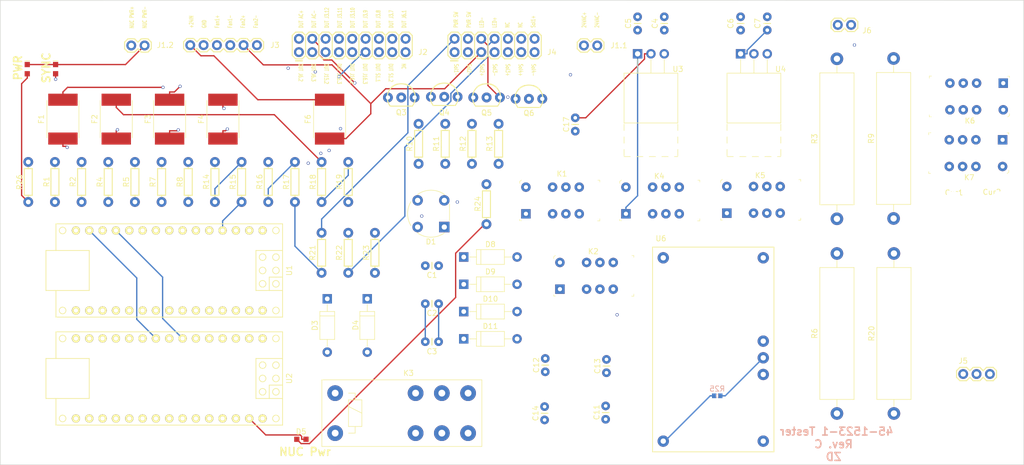
<source format=kicad_pcb>
(kicad_pcb (version 20171130) (host pcbnew "(5.1.5)-3")
  (layers (0 F.Cu signal hide) (1 In1.Cu signal hide) (2 In2.Cu signal hide) (31 B.Cu signal hide) (34 B.Paste user) (35 F.Paste user) (36 B.SilkS user) (37 F.SilkS user) (38 B.Mask user) (39 F.Mask user) (44 Edge.Cuts user))
  (net 0 "")
  (net 1 "Net-(C1-Pad1)")
  (net 2 DUT_J15.2)
  (net 3 "Net-(C4-Pad1)")
  (net 4 +5VDC)
  (net 5 +12VDC)
  (net 6 +24VDC)
  (net 7 +19VDC)
  (net 8 24VAC+)
  (net 9 24VAC-)
  (net 10 DUT_J3.12)
  (net 11 DUT_J3.11)
  (net 12 DUT_PWR_AC)
  (net 13 S2_Jump)
  (net 14 DUT_J15.3)
  (net 15 "Net-(F2-Pad2)")
  (net 16 DUT_J3.10)
  (net 17 "Net-(F3-Pad2)")
  (net 18 DUT_J3.8)
  (net 19 "Net-(F4-Pad2)")
  (net 20 "Net-(J2-Pad1)")
  (net 21 "Net-(J2-Pad2)")
  (net 22 "Net-(J2-Pad9)")
  (net 23 DUT_J6.3)
  (net 24 "Net-(J2-Pad15)")
  (net 25 "Net-(J2-Pad16)")
  (net 26 "Net-(J2-Pad17)")
  (net 27 PWR_SW_Sig)
  (net 28 "Net-(Q3-Pad1)")
  (net 29 "Net-(Q4-Pad1)")
  (net 30 "Net-(Q5-Pad1)")
  (net 31 "Net-(Q6-Pad1)")
  (net 32 "Net-(R25-Pad1)")
  (net 33 K1_SOL)
  (net 34 J16_Volt)
  (net 35 K2_SOL)
  (net 36 J6_Volt)
  (net 37 K3_SOL)
  (net 38 K4_Volt)
  (net 39 K4_SOL)
  (net 40 K3_Volt)
  (net 41 K2_Volt)
  (net 42 K1_Volt)
  (net 43 "Net-(U1-Pad12)")
  (net 44 "Net-(U1-Pad13)")
  (net 45 "Net-(U1-Pad14)")
  (net 46 SYNC_LED)
  (net 47 PWR_LED)
  (net 48 NUC_PWR1)
  (net 49 NUC_PWR2)
  (net 50 "Net-(K3-Pad12)")
  (net 51 "Net-(D5-PadA)")
  (net 52 "Net-(J4-Pad9)")
  (net 53 "Net-(F6-Pad2)")
  (net 54 "Net-(D6-PadA)")
  (net 55 "Net-(D7-PadA)")
  (net 56 "Net-(J1.2-Pad1)")
  (net 57 GND)
  (net 58 "Net-(D8-Pad1)")
  (net 59 "Net-(D9-Pad1)")
  (net 60 "Net-(D10-Pad1)")
  (net 61 "Net-(D11-Pad1)")
  (net 62 DUT_J3.9)
  (net 63 DUT_J3.7)
  (net 64 J4_Current_Sensor)
  (net 65 "Net-(J6-Pad1)")
  (net 66 +5VDC_Ard)
  (net 67 "Net-(J4-Pad2)")
  (net 68 "Net-(J4-Pad4)")
  (net 69 "Net-(J4-Pad6)")
  (net 70 "Net-(J4-Pad8)")
  (module Mounting_Holes:MountingHole_5mm (layer F.Cu) (at 213.263 74.1731)
    (fp_text reference Cur2 (at 0.08636 -1.35128) (layer F.SilkS))
    (fp_text value MountingHole_5mm)
    (pad "" np_thru_hole circle (at 1.66624 0.11176) (size 3.175 3.175) (drill 3.175) (layers *.Cu *.Mask))
  )
  (module Mounting_Holes:MountingHole_3mm (layer F.Cu) (at 30.0355 42.1005)
    (fp_text reference M1 hide)
    (fp_text value MountingHole_3mm)
    (pad "" np_thru_hole circle (at 0 0) (size 4.064 4.064) (drill 4.064) (layers *.Cu *.Mask))
  )
  (module Mounting_Holes:MountingHole_3mm (layer F.Cu) (at 29.9085 120.206)
    (fp_text reference M3 hide)
    (fp_text value MountingHole_3mm)
    (pad "" np_thru_hole circle (at 0.127 0) (size 4.064 4.064) (drill 4.064) (layers *.Cu *.Mask))
  )
  (module Mounting_Holes:MountingHole_3mm (layer F.Cu) (at 196.278 119.444)
    (fp_text reference M4 hide)
    (fp_text value MountingHole_3mm)
    (pad "" np_thru_hole circle (at 2.7305 0.762) (size 4.064 4.064) (drill 4.064) (layers *.Cu *.Mask))
  )
  (module Capacitors:CAP-PTH-2.54 (layer F.Cu) (at 106.685 86.8473 180)
    (fp_text reference C1 (at 0.005398 -1.798698 180) (layer F.SilkS) (effects (font (size 1.016 1.016))))
    (fp_text value 1uF hide)
    (pad 1 thru_hole circle (at -1.27 0 180) (size 1.651 1.651) (drill 0.6985) (layers *.Cu *.Mask) (net 1 "Net-(C1-Pad1)"))
    (pad 2 thru_hole circle (at 1.27 0 180) (size 1.651 1.651) (drill 0.6985) (layers *.Cu *.Mask) (net 57 GND))
  )
  (module Capacitors:CAP-PTH-2.54 (layer F.Cu) (at 106.685 94.0863 180)
    (fp_text reference C2 (at 0 -1.798698 180) (layer F.SilkS) (effects (font (size 1.016 1.016))))
    (fp_text value "330 uF" hide)
    (pad 1 thru_hole circle (at -1.27 0 180) (size 1.651 1.651) (drill 0.6985) (layers *.Cu *.Mask) (net 1 "Net-(C1-Pad1)"))
    (pad 2 thru_hole circle (at 1.27 0 180) (size 1.651 1.651) (drill 0.6985) (layers *.Cu *.Mask) (net 57 GND))
  )
  (module Capacitors:CAP-PTH-2.54 (layer F.Cu) (at 106.685 101.325 180)
    (fp_text reference C3 (at 0.005398 -1.862198 180) (layer F.SilkS) (effects (font (size 1.016 1.016))))
    (fp_text value "330 uF" hide)
    (pad 1 thru_hole circle (at -1.27 0 180) (size 1.651 1.651) (drill 0.6985) (layers *.Cu *.Mask) (net 1 "Net-(C1-Pad1)"))
    (pad 2 thru_hole circle (at 1.27 0 180) (size 1.651 1.651) (drill 0.6985) (layers *.Cu *.Mask) (net 57 GND))
  )
  (module Capacitors:CAP-PTH-2.54 (layer F.Cu) (at 150.94 40.7035 90)
    (fp_text reference C4 (at 0 -1.778 90) (layer F.SilkS) (effects (font (size 1.016 1.016))))
    (fp_text value 0.33uF hide)
    (pad 1 thru_hole circle (at -1.27 0 90) (size 1.651 1.651) (drill 0.6985) (layers *.Cu *.Mask) (net 3 "Net-(C4-Pad1)"))
    (pad 2 thru_hole circle (at 1.27 0 90) (size 1.651 1.651) (drill 0.6985) (layers *.Cu *.Mask) (net 57 GND))
  )
  (module Capacitors:CAP-PTH-2.54 (layer F.Cu) (at 145.86 40.7035 90)
    (fp_text reference C5 (at 0 -1.778 90) (layer F.SilkS) (effects (font (size 1.016 1.016))))
    (fp_text value 0.1uF hide)
    (pad 1 thru_hole circle (at -1.27 0 90) (size 1.651 1.651) (drill 0.6985) (layers *.Cu *.Mask) (net 4 +5VDC))
    (pad 2 thru_hole circle (at 1.27 0 90) (size 1.651 1.651) (drill 0.6985) (layers *.Cu *.Mask) (net 57 GND))
  )
  (module Capacitors:CAP-PTH-2.54 (layer F.Cu) (at 165.481 40.7035 90)
    (fp_text reference C6 (at 0 -1.905 90) (layer F.SilkS) (effects (font (size 1.016 1.016))))
    (fp_text value 0.33uF hide)
    (pad 1 thru_hole circle (at -1.27 0 90) (size 1.651 1.651) (drill 0.6985) (layers *.Cu *.Mask) (net 3 "Net-(C4-Pad1)"))
    (pad 2 thru_hole circle (at 1.27 0 90) (size 1.651 1.651) (drill 0.6985) (layers *.Cu *.Mask) (net 57 GND))
  )
  (module Capacitors:CAP-PTH-2.54 (layer F.Cu) (at 170.561 40.7035 90)
    (fp_text reference C7 (at 0 -1.8415 90) (layer F.SilkS) (effects (font (size 1.016 1.016))))
    (fp_text value 0.1uF hide)
    (pad 1 thru_hole circle (at -1.27 0 90) (size 1.651 1.651) (drill 0.6985) (layers *.Cu *.Mask) (net 5 +12VDC))
    (pad 2 thru_hole circle (at 1.27 0 90) (size 1.651 1.651) (drill 0.6985) (layers *.Cu *.Mask) (net 57 GND))
  )
  (module Diodes_THT:D_A-405_P10.16mm_Horizontal (layer F.Cu) (at 86.741 93.1545 270)
    (fp_text reference D3 (at 5.08 2.3495 270) (layer F.SilkS) (effects (font (size 1.016 1.016))))
    (fp_text value 1N4001)
    (pad 1 thru_hole rect (at 0 0 270) (size 1.8 1.8) (drill 0.9) (layers *.Cu *.Mask) (net 12 DUT_PWR_AC))
    (pad 2 thru_hole oval (at 10.16 0 270) (size 1.8 1.8) (drill 0.9) (layers *.Cu *.Mask) (net 57 GND))
  )
  (module Diodes_THT:D_A-405_P10.16mm_Horizontal (layer F.Cu) (at 94.361 93.1545 270)
    (fp_text reference D4 (at 5.0165 2.2225 270) (layer F.SilkS) (effects (font (size 1.016 1.016))))
    (fp_text value 1N4001)
    (pad 1 thru_hole rect (at 0 0 270) (size 1.8 1.8) (drill 0.9) (layers *.Cu *.Mask) (net 13 S2_Jump))
    (pad 2 thru_hole oval (at 10.16 0 270) (size 1.8 1.8) (drill 0.9) (layers *.Cu *.Mask) (net 57 GND))
  )
  (module LED:LED-0603 (layer F.Cu) (at 81.8134 119.913)
    (fp_text reference D5 (at -0.0508 -1.4605) (layer F.SilkS) (effects (font (size 1.016 1.016))))
    (fp_text value LED hide)
    (pad A smd rect (at -0.8763 0 270) (size 0.99822 0.99822) (layers F.Cu F.Paste F.Mask) (net 51 "Net-(D5-PadA)"))
    (pad C smd rect (at 0.8763 0 270) (size 0.99822 0.99822) (layers F.Cu F.Paste F.Mask) (net 57 GND))
  )
  (module digikey-footprints:Relay_EC2-5NU (layer F.Cu) (at 124.587 71.882)
    (fp_text reference K1 (at 6.858 -2.54) (layer F.SilkS) (effects (font (size 1.016 1.016))))
    (fp_text value EC2-5NU)
    (pad 12 thru_hole circle (at 0 0) (size 1.8 1.8) (drill 0.8) (layers *.Cu *.Mask) (net 57 GND))
    (pad 10 thru_hole circle (at 5.08 0) (size 1.8 1.8) (drill 0.8) (layers *.Cu *.Mask))
    (pad 9 thru_hole circle (at 7.62 0) (size 1.8 1.8) (drill 0.8) (layers *.Cu *.Mask) (net 9 24VAC-))
    (pad 8 thru_hole circle (at 10.16 0) (size 1.8 1.8) (drill 0.8) (layers *.Cu *.Mask) (net 21 "Net-(J2-Pad2)"))
    (pad 5 thru_hole circle (at 10.16 5.08) (size 1.8 1.8) (drill 0.8) (layers *.Cu *.Mask) (net 20 "Net-(J2-Pad1)"))
    (pad 4 thru_hole circle (at 7.62 5.08) (size 1.8 1.8) (drill 0.8) (layers *.Cu *.Mask) (net 8 24VAC+))
    (pad 3 thru_hole circle (at 5.08 5.08) (size 1.8 1.8) (drill 0.8) (layers *.Cu *.Mask))
    (pad 1 thru_hole rect (at 0 5.08) (size 1.8 1.8) (drill 0.8) (layers *.Cu *.Mask) (net 12 DUT_PWR_AC))
  )
  (module digikey-footprints:Relay_EC2-5NU (layer F.Cu) (at 131.064 86.233)
    (fp_text reference K2 (at 6.35 -2.1) (layer F.SilkS) (effects (font (size 1.016 1.016))))
    (fp_text value EC2-5NU)
    (pad 12 thru_hole circle (at 0 0) (size 1.8 1.8) (drill 0.8) (layers *.Cu *.Mask) (net 57 GND))
    (pad 10 thru_hole circle (at 5.08 0) (size 1.8 1.8) (drill 0.8) (layers *.Cu *.Mask))
    (pad 9 thru_hole circle (at 7.62 0) (size 1.8 1.8) (drill 0.8) (layers *.Cu *.Mask))
    (pad 8 thru_hole circle (at 10.16 0) (size 1.8 1.8) (drill 0.8) (layers *.Cu *.Mask))
    (pad 5 thru_hole circle (at 10.16 5.08) (size 1.8 1.8) (drill 0.8) (layers *.Cu *.Mask) (net 26 "Net-(J2-Pad17)"))
    (pad 4 thru_hole circle (at 7.62 5.08) (size 1.8 1.8) (drill 0.8) (layers *.Cu *.Mask) (net 25 "Net-(J2-Pad16)"))
    (pad 3 thru_hole circle (at 5.08 5.08) (size 1.8 1.8) (drill 0.8) (layers *.Cu *.Mask))
    (pad 1 thru_hole rect (at 0 5.08) (size 1.8 1.8) (drill 0.8) (layers *.Cu *.Mask) (net 13 S2_Jump))
  )
  (module Relays_THT:Relay_SPDT_Schrack-RT1-16A-FormC_RM5mm (layer F.Cu) (at 88.2485 111.125)
    (fp_text reference K3 (at 13.97 -3.81) (layer F.SilkS) (effects (font (size 1.016 1.016))))
    (fp_text value G5Q-1)
    (pad A1 thru_hole circle (at 0 0) (size 3 3) (drill 1.3) (layers *.Cu *.Mask) (net 48 NUC_PWR1))
    (pad A2 thru_hole circle (at 0 7.62) (size 3 3) (drill 1.3) (layers *.Cu *.Mask) (net 49 NUC_PWR2))
    (pad 11 thru_hole circle (at 20.32 0) (size 3 3) (drill 1.3) (layers *.Cu *.Mask) (net 7 +19VDC))
    (pad 14 thru_hole circle (at 25.32 7.62) (size 3 3) (drill 1.3) (layers *.Cu *.Mask) (net 56 "Net-(J1.2-Pad1)"))
    (pad 12 thru_hole circle (at 15.32 7.62) (size 3 3) (drill 1.3) (layers *.Cu *.Mask) (net 50 "Net-(K3-Pad12)"))
    (pad 12 thru_hole circle (at 15.32 0) (size 3 3) (drill 1.3) (layers *.Cu *.Mask) (net 50 "Net-(K3-Pad12)"))
    (pad 11 thru_hole circle (at 20.32 7.62) (size 3 3) (drill 1.3) (layers *.Cu *.Mask) (net 7 +19VDC))
    (pad 14 thru_hole circle (at 25.32 0) (size 3 3) (drill 1.3) (layers *.Cu *.Mask) (net 56 "Net-(J1.2-Pad1)"))
  )
  (module Silicon-Standard:TO-92-AMMO (layer F.Cu) (at 100.838 54.8005)
    (fp_text reference Q3 (at 0 2.8575) (layer F.SilkS) (effects (font (size 1.016 1.016))))
    (fp_text value BC817-40 hide)
    (pad 3 thru_hole circle (at -2.54 0) (size 1.8796 1.8796) (drill 0.8128) (layers *.Cu *.Mask) (net 58 "Net-(D8-Pad1)"))
    (pad 1 thru_hole circle (at 0 0) (size 1.8796 1.8796) (drill 0.8128) (layers *.Cu *.Mask) (net 28 "Net-(Q3-Pad1)"))
    (pad 2 thru_hole circle (at 2.54 0) (size 1.8796 1.8796) (drill 0.8128) (layers *.Cu *.Mask) (net 57 GND))
  )
  (module Silicon-Standard:TO-92-AMMO (layer F.Cu) (at 109.03 54.6735)
    (fp_text reference Q4 (at 0 2.9845) (layer F.SilkS) (effects (font (size 1.016 1.016))))
    (fp_text value BC817-40 hide)
    (pad 3 thru_hole circle (at -2.54 0) (size 1.8796 1.8796) (drill 0.8128) (layers *.Cu *.Mask) (net 59 "Net-(D9-Pad1)"))
    (pad 1 thru_hole circle (at 0 0) (size 1.8796 1.8796) (drill 0.8128) (layers *.Cu *.Mask) (net 29 "Net-(Q4-Pad1)"))
    (pad 2 thru_hole circle (at 2.54 0) (size 1.8796 1.8796) (drill 0.8128) (layers *.Cu *.Mask) (net 57 GND))
  )
  (module Silicon-Standard:TO-92-AMMO (layer F.Cu) (at 117.094 54.8005)
    (fp_text reference Q5 (at 0 2.921) (layer F.SilkS) (effects (font (size 1.016 1.016))))
    (fp_text value BC817-40 hide)
    (pad 3 thru_hole circle (at -2.54 0) (size 1.8796 1.8796) (drill 0.8128) (layers *.Cu *.Mask) (net 60 "Net-(D10-Pad1)"))
    (pad 1 thru_hole circle (at 0 0) (size 1.8796 1.8796) (drill 0.8128) (layers *.Cu *.Mask) (net 30 "Net-(Q5-Pad1)"))
    (pad 2 thru_hole circle (at 2.54 0) (size 1.8796 1.8796) (drill 0.8128) (layers *.Cu *.Mask) (net 57 GND))
  )
  (module Silicon-Standard:TO-92-AMMO (layer F.Cu) (at 125.158 55.0545)
    (fp_text reference Q6 (at 0 2.7305) (layer F.SilkS) (effects (font (size 1.016 1.016))))
    (fp_text value BC817-40 hide)
    (pad 3 thru_hole circle (at -2.54 0) (size 1.8796 1.8796) (drill 0.8128) (layers *.Cu *.Mask) (net 61 "Net-(D11-Pad1)"))
    (pad 1 thru_hole circle (at 0 0) (size 1.8796 1.8796) (drill 0.8128) (layers *.Cu *.Mask) (net 31 "Net-(Q6-Pad1)"))
    (pad 2 thru_hole circle (at 2.54 0) (size 1.8796 1.8796) (drill 0.8128) (layers *.Cu *.Mask) (net 57 GND))
  )
  (module Resistors:AXIAL-0.3 (layer F.Cu) (at 34.8615 70.8966 90)
    (fp_text reference R1 (at 0.030593 -1.5875 90) (layer F.SilkS) (effects (font (size 1.016 1.016))))
    (fp_text value 2K hide)
    (pad P$1 thru_hole circle (at -3.81 0 90) (size 1.8796 1.8796) (drill 0.89916) (layers *.Cu *.Mask) (net 41 K2_Volt))
    (pad P$2 thru_hole circle (at 3.81 0 90) (size 1.8796 1.8796) (drill 0.89916) (layers *.Cu *.Mask) (net 17 "Net-(F3-Pad2)"))
  )
  (module Resistors:AXIAL-0.3 (layer F.Cu) (at 39.9415 70.8966 90)
    (fp_text reference R2 (at 0.030593 -1.651 90) (layer F.SilkS) (effects (font (size 1.016 1.016))))
    (fp_text value 50K hide)
    (pad P$1 thru_hole circle (at -3.81 0 90) (size 1.8796 1.8796) (drill 0.89916) (layers *.Cu *.Mask) (net 62 DUT_J3.9))
    (pad P$2 thru_hole circle (at 3.81 0 90) (size 1.8796 1.8796) (drill 0.89916) (layers *.Cu *.Mask) (net 41 K2_Volt))
  )
  (module Resistors:AXIAL-0.3 (layer F.Cu) (at 45.0215 70.8966 90)
    (fp_text reference R4 (at 0 -1.5875 90) (layer F.SilkS) (effects (font (size 1.016 1.016))))
    (fp_text value 2K hide)
    (pad P$1 thru_hole circle (at -3.81 0 90) (size 1.8796 1.8796) (drill 0.89916) (layers *.Cu *.Mask) (net 40 K3_Volt))
    (pad P$2 thru_hole circle (at 3.81 0 90) (size 1.8796 1.8796) (drill 0.89916) (layers *.Cu *.Mask) (net 19 "Net-(F4-Pad2)"))
  )
  (module Resistors:AXIAL-0.3 (layer F.Cu) (at 50.1015 70.8966 90)
    (fp_text reference R5 (at 0 -1.651 90) (layer F.SilkS) (effects (font (size 1.016 1.016))))
    (fp_text value 50K hide)
    (pad P$1 thru_hole circle (at -3.81 0 90) (size 1.8796 1.8796) (drill 0.89916) (layers *.Cu *.Mask) (net 63 DUT_J3.7))
    (pad P$2 thru_hole circle (at 3.81 0 90) (size 1.8796 1.8796) (drill 0.89916) (layers *.Cu *.Mask) (net 40 K3_Volt))
  )
  (module Resistors:AXIAL-0.3 (layer F.Cu) (at 55.1815 70.8966 90)
    (fp_text reference R7 (at 0 -1.651 90) (layer F.SilkS) (effects (font (size 1.016 1.016))))
    (fp_text value 2K hide)
    (pad P$1 thru_hole circle (at -3.81 0 90) (size 1.8796 1.8796) (drill 0.89916) (layers *.Cu *.Mask) (net 38 K4_Volt))
    (pad P$2 thru_hole circle (at 3.81 0 90) (size 1.8796 1.8796) (drill 0.89916) (layers *.Cu *.Mask))
  )
  (module Resistors:AXIAL-0.3 (layer F.Cu) (at 60.2615 70.8966 90)
    (fp_text reference R8 (at 0 -1.5875 90) (layer F.SilkS) (effects (font (size 1.016 1.016))))
    (fp_text value 50K hide)
    (pad P$1 thru_hole circle (at -3.81 0 90) (size 1.8796 1.8796) (drill 0.89916) (layers *.Cu *.Mask) (net 2 DUT_J15.2))
    (pad P$2 thru_hole circle (at 3.81 0 90) (size 1.8796 1.8796) (drill 0.89916) (layers *.Cu *.Mask) (net 38 K4_Volt))
  )
  (module Resistors:AXIAL-0.3 (layer F.Cu) (at 104.14 63.627 90)
    (fp_text reference R10 (at 0 -1.7145 90) (layer F.SilkS) (effects (font (size 1.016 1.016))))
    (fp_text value 1K hide)
    (pad P$1 thru_hole circle (at -3.81 0 90) (size 1.8796 1.8796) (drill 0.89916) (layers *.Cu *.Mask) (net 28 "Net-(Q3-Pad1)"))
    (pad P$2 thru_hole circle (at 3.81 0 90) (size 1.8796 1.8796) (drill 0.89916) (layers *.Cu *.Mask) (net 33 K1_SOL))
  )
  (module Resistors:AXIAL-0.3 (layer F.Cu) (at 109.22 63.627 90)
    (fp_text reference R11 (at 0 -1.7145 90) (layer F.SilkS) (effects (font (size 1.016 1.016))))
    (fp_text value 1K hide)
    (pad P$1 thru_hole circle (at -3.81 0 90) (size 1.8796 1.8796) (drill 0.89916) (layers *.Cu *.Mask) (net 29 "Net-(Q4-Pad1)"))
    (pad P$2 thru_hole circle (at 3.81 0 90) (size 1.8796 1.8796) (drill 0.89916) (layers *.Cu *.Mask) (net 35 K2_SOL))
  )
  (module Resistors:AXIAL-0.3 (layer F.Cu) (at 114.3 63.627 90)
    (fp_text reference R12 (at 0 -1.7145 90) (layer F.SilkS) (effects (font (size 1.016 1.016))))
    (fp_text value 1K hide)
    (pad P$1 thru_hole circle (at -3.81 0 90) (size 1.8796 1.8796) (drill 0.89916) (layers *.Cu *.Mask) (net 30 "Net-(Q5-Pad1)"))
    (pad P$2 thru_hole circle (at 3.81 0 90) (size 1.8796 1.8796) (drill 0.89916) (layers *.Cu *.Mask) (net 37 K3_SOL))
  )
  (module Resistors:AXIAL-0.3 (layer F.Cu) (at 119.38 63.627 90)
    (fp_text reference R13 (at 0 -1.7145 90) (layer F.SilkS) (effects (font (size 1.016 1.016))))
    (fp_text value 1K hide)
    (pad P$1 thru_hole circle (at -3.81 0 90) (size 1.8796 1.8796) (drill 0.89916) (layers *.Cu *.Mask) (net 31 "Net-(Q6-Pad1)"))
    (pad P$2 thru_hole circle (at 3.81 0 90) (size 1.8796 1.8796) (drill 0.89916) (layers *.Cu *.Mask) (net 39 K4_SOL))
  )
  (module Resistors:AXIAL-0.3 (layer F.Cu) (at 65.3415 70.8966 90)
    (fp_text reference R14 (at 0.030593 -1.651 90) (layer F.SilkS) (effects (font (size 1.016 1.016))))
    (fp_text value 10K hide)
    (pad P$1 thru_hole circle (at -3.81 0 90) (size 1.8796 1.8796) (drill 0.89916) (layers *.Cu *.Mask) (net 36 J6_Volt))
    (pad P$2 thru_hole circle (at 3.81 0 90) (size 1.8796 1.8796) (drill 0.89916) (layers *.Cu *.Mask) (net 22 "Net-(J2-Pad9)"))
  )
  (module Resistors:AXIAL-0.3 (layer F.Cu) (at 70.4215 70.8966 90)
    (fp_text reference R15 (at 0 -1.651 90) (layer F.SilkS) (effects (font (size 1.016 1.016))))
    (fp_text value 3K hide)
    (pad P$1 thru_hole circle (at -3.81 0 90) (size 1.8796 1.8796) (drill 0.89916) (layers *.Cu *.Mask) (net 57 GND))
    (pad P$2 thru_hole circle (at 3.81 0 90) (size 1.8796 1.8796) (drill 0.89916) (layers *.Cu *.Mask) (net 36 J6_Volt))
  )
  (module Resistors:AXIAL-0.3 (layer F.Cu) (at 75.5015 70.8966 90)
    (fp_text reference R16 (at 0.030593 -1.651 90) (layer F.SilkS) (effects (font (size 1.016 1.016))))
    (fp_text value 10K hide)
    (pad P$1 thru_hole circle (at -3.81 0 90) (size 1.8796 1.8796) (drill 0.89916) (layers *.Cu *.Mask) (net 34 J16_Volt))
    (pad P$2 thru_hole circle (at 3.81 0 90) (size 1.8796 1.8796) (drill 0.89916) (layers *.Cu *.Mask) (net 24 "Net-(J2-Pad15)"))
  )
  (module Resistors:AXIAL-0.3 (layer F.Cu) (at 80.5815 70.8966 90)
    (fp_text reference R17 (at 0 -1.651 90) (layer F.SilkS) (effects (font (size 1.016 1.016))))
    (fp_text value 3K hide)
    (pad P$1 thru_hole circle (at -3.81 0 90) (size 1.8796 1.8796) (drill 0.89916) (layers *.Cu *.Mask) (net 57 GND))
    (pad P$2 thru_hole circle (at 3.81 0 90) (size 1.8796 1.8796) (drill 0.89916) (layers *.Cu *.Mask) (net 34 J16_Volt))
  )
  (module Resistors:AXIAL-0.3 (layer F.Cu) (at 85.6615 70.8966 90)
    (fp_text reference R18 (at 0 -1.651 90) (layer F.SilkS) (effects (font (size 1.016 1.016))))
    (fp_text value 500 hide)
    (pad P$1 thru_hole circle (at -3.81 0 90) (size 1.8796 1.8796) (drill 0.89916) (layers *.Cu *.Mask) (net 42 K1_Volt))
    (pad P$2 thru_hole circle (at 3.81 0 90) (size 1.8796 1.8796) (drill 0.89916) (layers *.Cu *.Mask) (net 15 "Net-(F2-Pad2)"))
  )
  (module Resistors:AXIAL-0.3 (layer F.Cu) (at 90.7415 70.8966 90)
    (fp_text reference R19 (at 0.030593 -1.7145 90) (layer F.SilkS) (effects (font (size 1.016 1.016))))
    (fp_text value 20K hide)
    (pad P$1 thru_hole circle (at -3.81 0 90) (size 1.8796 1.8796) (drill 0.89916) (layers *.Cu *.Mask) (net 2 DUT_J15.2))
    (pad P$2 thru_hole circle (at 3.81 0 90) (size 1.8796 1.8796) (drill 0.89916) (layers *.Cu *.Mask) (net 42 K1_Volt))
  )
  (module Resistors:AXIAL-0.3 (layer F.Cu) (at 85.6615 84.3915 90)
    (fp_text reference R21 (at 0 -1.7145 90) (layer F.SilkS) (effects (font (size 1.016 1.016))))
    (fp_text value 10K hide)
    (pad P$1 thru_hole circle (at -3.81 0 90) (size 1.8796 1.8796) (drill 0.89916) (layers *.Cu *.Mask) (net 57 GND))
    (pad P$2 thru_hole circle (at 3.81 0 90) (size 1.8796 1.8796) (drill 0.89916) (layers *.Cu *.Mask) (net 27 PWR_SW_Sig))
  )
  (module Resistors:AXIAL-0.3 (layer F.Cu) (at 90.7415 84.3915 90)
    (fp_text reference R22 (at 0 -1.7145 90) (layer F.SilkS) (effects (font (size 1.016 1.016))))
    (fp_text value 150 hide)
    (pad P$1 thru_hole circle (at -3.81 0 90) (size 1.8796 1.8796) (drill 0.89916) (layers *.Cu *.Mask) (net 52 "Net-(J4-Pad9)"))
    (pad P$2 thru_hole circle (at 3.81 0 90) (size 1.8796 1.8796) (drill 0.89916) (layers *.Cu *.Mask) (net 47 PWR_LED))
  )
  (module Resistors:AXIAL-0.3 (layer F.Cu) (at 95.8215 84.3915 90)
    (fp_text reference R23 (at 0 -1.651 90) (layer F.SilkS) (effects (font (size 1.016 1.016))))
    (fp_text value 85 hide)
    (pad P$1 thru_hole circle (at -3.81 0 90) (size 1.8796 1.8796) (drill 0.89916) (layers *.Cu *.Mask) (net 55 "Net-(D7-PadA)"))
    (pad P$2 thru_hole circle (at 3.81 0 90) (size 1.8796 1.8796) (drill 0.89916) (layers *.Cu *.Mask) (net 46 SYNC_LED))
  )
  (module Resistors:AXIAL-0.3 (layer F.Cu) (at 117.069 75.1332 90)
    (fp_text reference R24 (at 0.0635 -1.651 90) (layer F.SilkS) (effects (font (size 1.016 1.016))))
    (fp_text value 780 hide)
    (pad P$1 thru_hole circle (at -3.81 0 90) (size 1.8796 1.8796) (drill 0.89916) (layers *.Cu *.Mask) (net 51 "Net-(D5-PadA)"))
    (pad P$2 thru_hole circle (at 3.81 0 90) (size 1.8796 1.8796) (drill 0.89916) (layers *.Cu *.Mask) (net 56 "Net-(J1.2-Pad1)"))
  )
  (module Resistors:0402 (layer B.Cu) (at 161.028 111.633 180)
    (fp_text reference R25 (at 0 1.3335 180) (layer B.SilkS) (effects (font (size 1.016 1.016)) (justify mirror)))
    (fp_text value 2.91K hide)
    (pad 1 smd rect (at -0.57912 0 180) (size 0.84836 0.89916) (layers B.Cu B.Paste B.Mask) (net 32 "Net-(R25-Pad1)"))
    (pad 2 smd rect (at 0.57912 0 180) (size 0.84836 0.89916) (layers B.Cu B.Paste B.Mask) (net 57 GND))
  )
  (module Boards:arduino_nano (layer F.Cu) (at 56.642 87.757 180)
    (fp_text reference U1 (at -22.86 0 270) (layer F.SilkS) (effects (font (size 1.016 1.016))))
    (fp_text value Arduino_Nano)
    (pad 30 thru_hole circle (at -17.78 -7.62 180) (size 1.5748 1.5748) (drill 0.8) (layers *.Cu *.Mask F.SilkS))
    (pad 1 thru_hole circle (at -17.78 7.62 180) (size 1.5748 1.5748) (drill 0.8) (layers *.Cu *.Mask F.SilkS))
    (pad 29 thru_hole circle (at -15.24 -7.62 180) (size 1.5748 1.5748) (drill 0.8) (layers *.Cu *.Mask F.SilkS) (net 57 GND))
    (pad 2 thru_hole circle (at -15.24 7.62 180) (size 1.5748 1.5748) (drill 0.8) (layers *.Cu *.Mask F.SilkS))
    (pad 28 thru_hole circle (at -12.7 -7.62 180) (size 1.5748 1.5748) (drill 0.8) (layers *.Cu *.Mask F.SilkS))
    (pad 3 thru_hole circle (at -12.7 7.62 180) (size 1.5748 1.5748) (drill 0.8) (layers *.Cu *.Mask F.SilkS))
    (pad 27 thru_hole circle (at -10.16 -7.62 180) (size 1.5748 1.5748) (drill 0.8) (layers *.Cu *.Mask F.SilkS) (net 66 +5VDC_Ard))
    (pad 4 thru_hole circle (at -10.16 7.62 180) (size 1.5748 1.5748) (drill 0.8) (layers *.Cu *.Mask F.SilkS) (net 57 GND))
    (pad 26 thru_hole circle (at -7.62 -7.62 180) (size 1.5748 1.5748) (drill 0.8) (layers *.Cu *.Mask F.SilkS) (net 64 J4_Current_Sensor))
    (pad 5 thru_hole circle (at -7.62 7.62 180) (size 1.5748 1.5748) (drill 0.8) (layers *.Cu *.Mask F.SilkS) (net 33 K1_SOL))
    (pad 25 thru_hole circle (at -5.08 -7.62 180) (size 1.5748 1.5748) (drill 0.8) (layers *.Cu *.Mask F.SilkS) (net 34 J16_Volt))
    (pad 6 thru_hole circle (at -5.08 7.62 180) (size 1.5748 1.5748) (drill 0.8) (layers *.Cu *.Mask F.SilkS) (net 35 K2_SOL))
    (pad 24 thru_hole circle (at -2.54 -7.62 180) (size 1.5748 1.5748) (drill 0.8) (layers *.Cu *.Mask F.SilkS) (net 36 J6_Volt))
    (pad 7 thru_hole circle (at -2.54 7.62 180) (size 1.5748 1.5748) (drill 0.8) (layers *.Cu *.Mask F.SilkS) (net 37 K3_SOL))
    (pad 23 thru_hole circle (at 0 -7.62 180) (size 1.5748 1.5748) (drill 0.8) (layers *.Cu *.Mask F.SilkS) (net 38 K4_Volt))
    (pad 8 thru_hole circle (at 0 7.62 180) (size 1.5748 1.5748) (drill 0.8) (layers *.Cu *.Mask F.SilkS) (net 39 K4_SOL))
    (pad 22 thru_hole circle (at 2.54 -7.62 180) (size 1.5748 1.5748) (drill 0.8) (layers *.Cu *.Mask F.SilkS) (net 40 K3_Volt))
    (pad 9 thru_hole circle (at 2.54 7.62 180) (size 1.5748 1.5748) (drill 0.8) (layers *.Cu *.Mask F.SilkS) (net 13 S2_Jump))
    (pad 21 thru_hole circle (at 5.08 -7.62 180) (size 1.5748 1.5748) (drill 0.8) (layers *.Cu *.Mask F.SilkS) (net 41 K2_Volt))
    (pad 10 thru_hole circle (at 5.08 7.62 180) (size 1.5748 1.5748) (drill 0.8) (layers *.Cu *.Mask F.SilkS) (net 23 DUT_J6.3))
    (pad 20 thru_hole circle (at 7.62 -7.62 180) (size 1.5748 1.5748) (drill 0.8) (layers *.Cu *.Mask F.SilkS) (net 42 K1_Volt))
    (pad 11 thru_hole circle (at 7.62 7.62 180) (size 1.5748 1.5748) (drill 0.8) (layers *.Cu *.Mask F.SilkS) (net 12 DUT_PWR_AC))
    (pad 19 thru_hole circle (at 10.16 -7.62 180) (size 1.5748 1.5748) (drill 0.8) (layers *.Cu *.Mask F.SilkS))
    (pad 12 thru_hole circle (at 10.16 7.62 180) (size 1.5748 1.5748) (drill 0.8) (layers *.Cu *.Mask F.SilkS) (net 43 "Net-(U1-Pad12)"))
    (pad 18 thru_hole circle (at 12.7 -7.62 180) (size 1.5748 1.5748) (drill 0.8) (layers *.Cu *.Mask F.SilkS))
    (pad 13 thru_hole circle (at 12.7 7.62 180) (size 1.5748 1.5748) (drill 0.8) (layers *.Cu *.Mask F.SilkS) (net 44 "Net-(U1-Pad13)"))
    (pad 17 thru_hole circle (at 15.24 -7.62 180) (size 1.5748 1.5748) (drill 0.8) (layers *.Cu *.Mask F.SilkS))
    (pad 14 thru_hole circle (at 15.24 7.62 180) (size 1.5748 1.5748) (drill 0.8) (layers *.Cu *.Mask F.SilkS) (net 45 "Net-(U1-Pad14)"))
    (pad 16 thru_hole circle (at 17.78 -7.62 180) (size 1.5748 1.5748) (drill 0.8) (layers *.Cu *.Mask F.SilkS))
    (pad 15 thru_hole circle (at 17.78 7.62 180) (size 1.5748 1.5748) (drill 0.8) (layers *.Cu *.Mask F.SilkS) (net 46 SYNC_LED))
  )
  (module Boards:arduino_nano (layer F.Cu) (at 56.642 108.331 180)
    (fp_text reference U2 (at -22.86 0 270) (layer F.SilkS) (effects (font (size 1.016 1.016))))
    (fp_text value Arduino_Nano)
    (pad 30 thru_hole circle (at -17.78 -7.62 180) (size 1.5748 1.5748) (drill 0.8) (layers *.Cu *.Mask F.SilkS) (net 5 +12VDC))
    (pad 1 thru_hole circle (at -17.78 7.62 180) (size 1.5748 1.5748) (drill 0.8) (layers *.Cu *.Mask F.SilkS))
    (pad 29 thru_hole circle (at -15.24 -7.62 180) (size 1.5748 1.5748) (drill 0.8) (layers *.Cu *.Mask F.SilkS) (net 57 GND))
    (pad 2 thru_hole circle (at -15.24 7.62 180) (size 1.5748 1.5748) (drill 0.8) (layers *.Cu *.Mask F.SilkS))
    (pad 28 thru_hole circle (at -12.7 -7.62 180) (size 1.5748 1.5748) (drill 0.8) (layers *.Cu *.Mask F.SilkS))
    (pad 3 thru_hole circle (at -12.7 7.62 180) (size 1.5748 1.5748) (drill 0.8) (layers *.Cu *.Mask F.SilkS))
    (pad 27 thru_hole circle (at -10.16 -7.62 180) (size 1.5748 1.5748) (drill 0.8) (layers *.Cu *.Mask F.SilkS))
    (pad 4 thru_hole circle (at -10.16 7.62 180) (size 1.5748 1.5748) (drill 0.8) (layers *.Cu *.Mask F.SilkS) (net 57 GND))
    (pad 26 thru_hole circle (at -7.62 -7.62 180) (size 1.5748 1.5748) (drill 0.8) (layers *.Cu *.Mask F.SilkS))
    (pad 5 thru_hole circle (at -7.62 7.62 180) (size 1.5748 1.5748) (drill 0.8) (layers *.Cu *.Mask F.SilkS) (net 27 PWR_SW_Sig))
    (pad 25 thru_hole circle (at -5.08 -7.62 180) (size 1.5748 1.5748) (drill 0.8) (layers *.Cu *.Mask F.SilkS))
    (pad 6 thru_hole circle (at -5.08 7.62 180) (size 1.5748 1.5748) (drill 0.8) (layers *.Cu *.Mask F.SilkS) (net 47 PWR_LED))
    (pad 24 thru_hole circle (at -2.54 -7.62 180) (size 1.5748 1.5748) (drill 0.8) (layers *.Cu *.Mask F.SilkS))
    (pad 7 thru_hole circle (at -2.54 7.62 180) (size 1.5748 1.5748) (drill 0.8) (layers *.Cu *.Mask F.SilkS) (net 43 "Net-(U1-Pad12)"))
    (pad 23 thru_hole circle (at 0 -7.62 180) (size 1.5748 1.5748) (drill 0.8) (layers *.Cu *.Mask F.SilkS))
    (pad 8 thru_hole circle (at 0 7.62 180) (size 1.5748 1.5748) (drill 0.8) (layers *.Cu *.Mask F.SilkS) (net 44 "Net-(U1-Pad13)"))
    (pad 22 thru_hole circle (at 2.54 -7.62 180) (size 1.5748 1.5748) (drill 0.8) (layers *.Cu *.Mask F.SilkS))
    (pad 9 thru_hole circle (at 2.54 7.62 180) (size 1.5748 1.5748) (drill 0.8) (layers *.Cu *.Mask F.SilkS) (net 45 "Net-(U1-Pad14)"))
    (pad 21 thru_hole circle (at 5.08 -7.62 180) (size 1.5748 1.5748) (drill 0.8) (layers *.Cu *.Mask F.SilkS))
    (pad 10 thru_hole circle (at 5.08 7.62 180) (size 1.5748 1.5748) (drill 0.8) (layers *.Cu *.Mask F.SilkS) (net 48 NUC_PWR1))
    (pad 20 thru_hole circle (at 7.62 -7.62 180) (size 1.5748 1.5748) (drill 0.8) (layers *.Cu *.Mask F.SilkS))
    (pad 11 thru_hole circle (at 7.62 7.62 180) (size 1.5748 1.5748) (drill 0.8) (layers *.Cu *.Mask F.SilkS) (net 49 NUC_PWR2))
    (pad 19 thru_hole circle (at 10.16 -7.62 180) (size 1.5748 1.5748) (drill 0.8) (layers *.Cu *.Mask F.SilkS))
    (pad 12 thru_hole circle (at 10.16 7.62 180) (size 1.5748 1.5748) (drill 0.8) (layers *.Cu *.Mask F.SilkS))
    (pad 18 thru_hole circle (at 12.7 -7.62 180) (size 1.5748 1.5748) (drill 0.8) (layers *.Cu *.Mask F.SilkS))
    (pad 13 thru_hole circle (at 12.7 7.62 180) (size 1.5748 1.5748) (drill 0.8) (layers *.Cu *.Mask F.SilkS))
    (pad 17 thru_hole circle (at 15.24 -7.62 180) (size 1.5748 1.5748) (drill 0.8) (layers *.Cu *.Mask F.SilkS))
    (pad 14 thru_hole circle (at 15.24 7.62 180) (size 1.5748 1.5748) (drill 0.8) (layers *.Cu *.Mask F.SilkS))
    (pad 16 thru_hole circle (at 17.78 -7.62 180) (size 1.5748 1.5748) (drill 0.8) (layers *.Cu *.Mask F.SilkS))
    (pad 15 thru_hole circle (at 17.78 7.62 180) (size 1.5748 1.5748) (drill 0.8) (layers *.Cu *.Mask F.SilkS))
  )
  (module TO_SOT_Packages_THT:TO-220-3_Horizontal_Reversed (layer F.Cu) (at 145.86 46.482)
    (fp_text reference U3 (at 7.6835 2.921) (layer F.SilkS) (effects (font (size 1.016 1.016))))
    (fp_text value LM7805CV)
    (pad 0 np_thru_hole oval (at 2.54 16.66) (size 3.5 3.5) (drill 3.5) (layers *.Cu *.Mask))
    (pad 3 thru_hole rect (at 0 0) (size 1.8 1.8) (drill 1) (layers *.Cu *.Mask) (net 4 +5VDC))
    (pad 2 thru_hole oval (at 2.54 0) (size 1.8 1.8) (drill 1) (layers *.Cu *.Mask) (net 57 GND))
    (pad 1 thru_hole oval (at 5.08 0) (size 1.8 1.8) (drill 1) (layers *.Cu *.Mask) (net 3 "Net-(C4-Pad1)"))
  )
  (module TO_SOT_Packages_THT:TO-220-3_Horizontal_Reversed (layer F.Cu) (at 165.481 46.482)
    (fp_text reference U4 (at 7.62 2.921) (layer F.SilkS) (effects (font (size 1.016 1.016))))
    (fp_text value LM7812CT)
    (pad 0 np_thru_hole oval (at 2.54 16.66) (size 3.5 3.5) (drill 3.5) (layers *.Cu *.Mask))
    (pad 3 thru_hole rect (at 0 0) (size 1.8 1.8) (drill 1) (layers *.Cu *.Mask) (net 5 +12VDC))
    (pad 2 thru_hole oval (at 2.54 0) (size 1.8 1.8) (drill 1) (layers *.Cu *.Mask) (net 57 GND))
    (pad 1 thru_hole oval (at 5.08 0) (size 1.8 1.8) (drill 1) (layers *.Cu *.Mask) (net 3 "Net-(C4-Pad1)"))
  )
  (module DCConverters:PTN78020W (layer F.Cu) (at 148.717 122.301 90)
    (fp_text reference U6 (at 40.64 1.5875 180) (layer F.SilkS) (effects (font (size 1.016 1.016))))
    (fp_text value PTN78020)
    (pad 1 thru_hole circle (at 2.032 2.032 90) (size 2.159 2.159) (drill 1.016) (layers *.Cu *.Mask) (net 57 GND))
    (pad 2 thru_hole circle (at 2.032 21.082 90) (size 2.159 2.159) (drill 1.016) (layers *.Cu *.Mask) (net 6 +24VDC))
    (pad 3 thru_hole circle (at 14.732 21.082 90) (size 2.159 2.159) (drill 1.016) (layers *.Cu *.Mask))
    (pad 4 thru_hole circle (at 17.907 21.082 90) (size 2.159 2.159) (drill 1.016) (layers *.Cu *.Mask) (net 32 "Net-(R25-Pad1)"))
    (pad 5 thru_hole circle (at 21.082 21.082 90) (size 2.159 2.159) (drill 1.016) (layers *.Cu *.Mask) (net 7 +19VDC))
    (pad 6 thru_hole circle (at 36.957 21.082 90) (size 2.159 2.159) (drill 1.016) (layers *.Cu *.Mask) (net 7 +19VDC))
    (pad 7 thru_hole circle (at 36.957 2.032 90) (size 2.159 2.159) (drill 1.016) (layers *.Cu *.Mask) (net 57 GND))
  )
  (module Connectors:1X06 (layer F.Cu) (at 60.6425 44.831)
    (fp_text reference J3 (at 16.129 0) (layer F.SilkS) (effects (font (size 1.016 1.016))))
    (fp_text value CONN_01X06 hide)
    (pad 1 thru_hole circle (at 0 0) (size 1.8796 1.8796) (drill 1.016) (layers *.Cu *.Mask) (net 53 "Net-(F6-Pad2)"))
    (pad 2 thru_hole circle (at 2.54 0) (size 1.8796 1.8796) (drill 1.016) (layers *.Cu *.Mask) (net 57 GND))
    (pad 3 thru_hole circle (at 5.08 0) (size 1.8796 1.8796) (drill 1.016) (layers *.Cu *.Mask) (net 6 +24VDC))
    (pad 4 thru_hole circle (at 7.62 0) (size 1.8796 1.8796) (drill 1.016) (layers *.Cu *.Mask) (net 57 GND))
    (pad 5 thru_hole circle (at 10.16 0) (size 1.8796 1.8796) (drill 1.016) (layers *.Cu *.Mask) (net 6 +24VDC))
    (pad 6 thru_hole circle (at 12.7 0) (size 1.8796 1.8796) (drill 1.016) (layers *.Cu *.Mask) (net 57 GND))
  )
  (module Fuse_Holders_and_Fuses:Fuse_SMD2920 (layer F.Cu) (at 36.3855 58.928 90)
    (fp_text reference F1 (at 0 -4.13 90) (layer F.SilkS))
    (fp_text value 3413_0328_22)
    (pad 1 smd rect (at -3.7 0 180) (size 5.6 2.3) (layers F.Cu F.Paste F.Mask) (net 1 "Net-(C1-Pad1)"))
    (pad 2 smd rect (at 3.7 0 180) (size 5.6 2.3) (layers F.Cu F.Paste F.Mask) (net 3 "Net-(C4-Pad1)"))
  )
  (module Fuse_Holders_and_Fuses:Fuse_SMD2920 (layer F.Cu) (at 46.5455 58.928 90)
    (fp_text reference F2 (at 0 -4.13 90) (layer F.SilkS))
    (fp_text value 3413_0328_22)
    (pad 1 smd rect (at -3.7 0 180) (size 5.6 2.3) (layers F.Cu F.Paste F.Mask) (net 14 DUT_J15.3))
    (pad 2 smd rect (at 3.7 0 180) (size 5.6 2.3) (layers F.Cu F.Paste F.Mask) (net 15 "Net-(F2-Pad2)"))
  )
  (module Fuse_Holders_and_Fuses:Fuse_SMD2920 (layer F.Cu) (at 56.7055 58.928 90)
    (fp_text reference F3 (at 0 -4.13 90) (layer F.SilkS))
    (fp_text value 3413_0328_22)
    (pad 1 smd rect (at -3.7 0 180) (size 5.6 2.3) (layers F.Cu F.Paste F.Mask) (net 16 DUT_J3.10))
    (pad 2 smd rect (at 3.7 0 180) (size 5.6 2.3) (layers F.Cu F.Paste F.Mask) (net 17 "Net-(F3-Pad2)"))
  )
  (module Fuse_Holders_and_Fuses:Fuse_SMD2920 (layer F.Cu) (at 66.8655 58.928 90)
    (fp_text reference F4 (at 0 -4.13 90) (layer F.SilkS))
    (fp_text value 3413_0328_22)
    (pad 1 smd rect (at -3.7 0 180) (size 5.6 2.3) (layers F.Cu F.Paste F.Mask) (net 18 DUT_J3.8))
    (pad 2 smd rect (at 3.7 0 180) (size 5.6 2.3) (layers F.Cu F.Paste F.Mask) (net 19 "Net-(F4-Pad2)"))
  )
  (module Fuse_Holders_and_Fuses:Fuse_SMD2920 (layer F.Cu) (at 87.1855 58.928 90)
    (fp_text reference F6 (at 0 -4.13 90) (layer F.SilkS))
    (fp_text value 3413_0328_22)
    (pad 1 smd rect (at -3.7 0 180) (size 5.6 2.3) (layers F.Cu F.Paste F.Mask) (net 6 +24VDC))
    (pad 2 smd rect (at 3.7 0 180) (size 5.6 2.3) (layers F.Cu F.Paste F.Mask) (net 53 "Net-(F6-Pad2)"))
  )
  (module Conn_02x09:2X10 (layer F.Cu) (at 81.3435 46.1645)
    (fp_text reference J2 (at 23.622 0) (layer F.SilkS) (effects (font (size 1.016 1.016))))
    (fp_text value CONN_01X18 hide)
    (pad 10 thru_hole circle (at 0 0) (size 1.8796 1.8796) (drill 1.016) (layers *.Cu *.Mask) (net 57 GND))
    (pad 1 thru_hole circle (at 0 -2.54) (size 1.8796 1.8796) (drill 1.016) (layers *.Cu *.Mask) (net 20 "Net-(J2-Pad1)"))
    (pad 11 thru_hole circle (at 2.54 0) (size 1.8796 1.8796) (drill 1.016) (layers *.Cu *.Mask) (net 23 DUT_J6.3))
    (pad 2 thru_hole circle (at 2.54 -2.54) (size 1.8796 1.8796) (drill 1.016) (layers *.Cu *.Mask) (net 21 "Net-(J2-Pad2)"))
    (pad 12 thru_hole circle (at 5.08 0) (size 1.8796 1.8796) (drill 1.016) (layers *.Cu *.Mask) (net 2 DUT_J15.2))
    (pad 3 thru_hole circle (at 5.08 -2.54) (size 1.8796 1.8796) (drill 1.016) (layers *.Cu *.Mask) (net 10 DUT_J3.12))
    (pad 13 thru_hole circle (at 7.62 0) (size 1.8796 1.8796) (drill 1.016) (layers *.Cu *.Mask) (net 14 DUT_J15.3))
    (pad 4 thru_hole circle (at 7.62 -2.54) (size 1.8796 1.8796) (drill 1.016) (layers *.Cu *.Mask) (net 11 DUT_J3.11))
    (pad 14 thru_hole circle (at 10.16 0) (size 1.8796 1.8796) (drill 1.016) (layers *.Cu *.Mask) (net 57 GND))
    (pad 5 thru_hole circle (at 10.16 -2.54) (size 1.8796 1.8796) (drill 1.016) (layers *.Cu *.Mask) (net 16 DUT_J3.10))
    (pad 15 thru_hole circle (at 12.7 0) (size 1.8796 1.8796) (drill 1.016) (layers *.Cu *.Mask) (net 24 "Net-(J2-Pad15)"))
    (pad 6 thru_hole circle (at 12.7 -2.54) (size 1.8796 1.8796) (drill 1.016) (layers *.Cu *.Mask) (net 62 DUT_J3.9))
    (pad 16 thru_hole circle (at 15.24 0) (size 1.8796 1.8796) (drill 1.016) (layers *.Cu *.Mask) (net 25 "Net-(J2-Pad16)"))
    (pad 7 thru_hole circle (at 15.24 -2.54) (size 1.8796 1.8796) (drill 1.016) (layers *.Cu *.Mask) (net 18 DUT_J3.8))
    (pad 17 thru_hole circle (at 17.78 0) (size 1.8796 1.8796) (drill 1.016) (layers *.Cu *.Mask) (net 26 "Net-(J2-Pad17)"))
    (pad 8 thru_hole circle (at 17.78 -2.54) (size 1.8796 1.8796) (drill 1.016) (layers *.Cu *.Mask) (net 63 DUT_J3.7))
    (pad 18 thru_hole circle (at 20.32 0) (size 1.8796 1.8796) (drill 1.016) (layers *.Cu *.Mask))
    (pad 9 thru_hole circle (at 20.32 -2.54) (size 1.8796 1.8796) (drill 1.016) (layers *.Cu *.Mask) (net 22 "Net-(J2-Pad9)"))
  )
  (module Conn_02x07:2X8 (layer F.Cu) (at 110.998 46.1645)
    (fp_text reference J4 (at 18.542 0) (layer F.SilkS) (effects (font (size 1.016 1.016))))
    (fp_text value CONN_01X14 hide)
    (pad 2 thru_hole circle (at 0 0) (size 1.8796 1.8796) (drill 1.016) (layers *.Cu *.Mask) (net 67 "Net-(J4-Pad2)"))
    (pad 12 thru_hole circle (at 0 -2.54) (size 1.8796 1.8796) (drill 1.016) (layers *.Cu *.Mask) (net 27 PWR_SW_Sig))
    (pad 4 thru_hole circle (at 2.54 0) (size 1.8796 1.8796) (drill 1.016) (layers *.Cu *.Mask) (net 68 "Net-(J4-Pad4)"))
    (pad 11 thru_hole circle (at 2.54 -2.54) (size 1.8796 1.8796) (drill 1.016) (layers *.Cu *.Mask) (net 4 +5VDC))
    (pad 3 thru_hole circle (at 5.08 0) (size 1.8796 1.8796) (drill 1.016) (layers *.Cu *.Mask) (net 6 +24VDC))
    (pad 10 thru_hole circle (at 5.08 -2.54) (size 1.8796 1.8796) (drill 1.016) (layers *.Cu *.Mask) (net 57 GND))
    (pad 6 thru_hole circle (at 7.62 0) (size 1.8796 1.8796) (drill 1.016) (layers *.Cu *.Mask) (net 69 "Net-(J4-Pad6)"))
    (pad 9 thru_hole circle (at 7.62 -2.54) (size 1.8796 1.8796) (drill 1.016) (layers *.Cu *.Mask) (net 52 "Net-(J4-Pad9)"))
    (pad 5 thru_hole circle (at 10.16 0) (size 1.8796 1.8796) (drill 1.016) (layers *.Cu *.Mask) (net 6 +24VDC))
    (pad 13 thru_hole circle (at 10.16 -2.54) (size 1.8796 1.8796) (drill 1.016) (layers *.Cu *.Mask))
    (pad 7 thru_hole circle (at 12.7 0) (size 1.8796 1.8796) (drill 1.016) (layers *.Cu *.Mask) (net 6 +24VDC))
    (pad 14 thru_hole circle (at 12.7 -2.54) (size 1.8796 1.8796) (drill 1.016) (layers *.Cu *.Mask))
    (pad 8 thru_hole circle (at 15.24 0) (size 1.8796 1.8796) (drill 1.016) (layers *.Cu *.Mask) (net 70 "Net-(J4-Pad8)"))
    (pad 1 thru_hole circle (at 15.24 -2.54) (size 1.8796 1.8796) (drill 1.016) (layers *.Cu *.Mask) (net 6 +24VDC))
  )
  (module Capacitors:CAP-PTH-2.54 (layer F.Cu) (at 139.776 114.833 90)
    (fp_text reference C11 (at 0.0635 -1.7145 90) (layer F.SilkS) (effects (font (size 1.016 1.016))))
    (fp_text value 4.7uF hide)
    (pad 1 thru_hole circle (at -1.27 0 90) (size 1.651 1.651) (drill 0.6985) (layers *.Cu *.Mask) (net 6 +24VDC))
    (pad 2 thru_hole circle (at 1.27 0 90) (size 1.651 1.651) (drill 0.6985) (layers *.Cu *.Mask) (net 57 GND))
  )
  (module Capacitors:CAP-PTH-2.54 (layer F.Cu) (at 128.27 105.791 90)
    (fp_text reference C12 (at 0 -1.7145 90) (layer F.SilkS) (effects (font (size 1.016 1.016))))
    (fp_text value 4.7uF hide)
    (pad 1 thru_hole circle (at -1.27 0 90) (size 1.651 1.651) (drill 0.6985) (layers *.Cu *.Mask) (net 6 +24VDC))
    (pad 2 thru_hole circle (at 1.27 0 90) (size 1.651 1.651) (drill 0.6985) (layers *.Cu *.Mask) (net 57 GND))
  )
  (module Capacitors:CAP-PTH-2.54 (layer F.Cu) (at 139.929 105.969 90)
    (fp_text reference C13 (at 0 -1.7145 90) (layer F.SilkS) (effects (font (size 1.016 1.016))))
    (fp_text value 4.7uF hide)
    (pad 1 thru_hole circle (at -1.27 0 90) (size 1.651 1.651) (drill 0.6985) (layers *.Cu *.Mask) (net 6 +24VDC))
    (pad 2 thru_hole circle (at 1.27 0 90) (size 1.651 1.651) (drill 0.6985) (layers *.Cu *.Mask) (net 57 GND))
  )
  (module Capacitors:CAP-PTH-2.54 (layer F.Cu) (at 128.143 114.96 90)
    (fp_text reference C14 (at 0 -1.7145 90) (layer F.SilkS) (effects (font (size 1.016 1.016))))
    (fp_text value 4.7uF hide)
    (pad 1 thru_hole circle (at -1.27 0 90) (size 1.651 1.651) (drill 0.6985) (layers *.Cu *.Mask) (net 6 +24VDC))
    (pad 2 thru_hole circle (at 1.27 0 90) (size 1.651 1.651) (drill 0.6985) (layers *.Cu *.Mask) (net 57 GND))
  )
  (module Capacitors:CAP-PTH-2.54 (layer F.Cu) (at 133.985 59.944 90)
    (fp_text reference C17 (at 0 -1.7145 90) (layer F.SilkS) (effects (font (size 1.016 1.016))))
    (fp_text value 330uF hide)
    (pad 1 thru_hole circle (at -1.27 0 90) (size 1.651 1.651) (drill 0.6985) (layers *.Cu *.Mask) (net 7 +19VDC))
    (pad 2 thru_hole circle (at 1.27 0 90) (size 1.651 1.651) (drill 0.6985) (layers *.Cu *.Mask) (net 57 GND))
  )
  (module Mounting_Holes:MountingHole_3mm (layer F.Cu) (at 199.009 40.259)
    (fp_text reference M2 hide)
    (fp_text value MountingHole_3mm)
    (pad "" np_thru_hole circle (at 0 1.8415) (size 4.064 4.064) (drill 4.064) (layers *.Cu *.Mask))
  )
  (module Resistors_THT:R_Axial_Power_L25.0mm_W6.4mm_P30.48mm (layer F.Cu) (at 183.832 77.9145 90)
    (fp_text reference R3 (at 15.24 -4.26 90) (layer F.SilkS) (effects (font (size 1.016 1.016))))
    (fp_text value 240)
    (pad P$1 thru_hole circle (at 0 0 90) (size 2.4 2.4) (drill 1.2) (layers *.Cu *.Mask) (net 62 DUT_J3.9))
    (pad P$2 thru_hole oval (at 30.48 0 90) (size 2.4 2.4) (drill 1.2) (layers *.Cu *.Mask) (net 17 "Net-(F3-Pad2)"))
  )
  (module Resistors_THT:R_Axial_Power_L25.0mm_W6.4mm_P30.48mm (layer F.Cu) (at 183.832 114.998 90)
    (fp_text reference R6 (at 15.24 -4.26 90) (layer F.SilkS) (effects (font (size 1.016 1.016))))
    (fp_text value 240)
    (pad P$1 thru_hole circle (at 0 0 90) (size 2.4 2.4) (drill 1.2) (layers *.Cu *.Mask) (net 63 DUT_J3.7))
    (pad P$2 thru_hole oval (at 30.48 0 90) (size 2.4 2.4) (drill 1.2) (layers *.Cu *.Mask) (net 19 "Net-(F4-Pad2)"))
  )
  (module Resistors_THT:R_Axial_Power_L25.0mm_W6.4mm_P30.48mm (layer F.Cu) (at 194.628 77.851 90)
    (fp_text reference R9 (at 15.24 -4.26 90) (layer F.SilkS) (effects (font (size 1.016 1.016))))
    (fp_text value 240)
    (pad P$1 thru_hole circle (at 0 0 90) (size 2.4 2.4) (drill 1.2) (layers *.Cu *.Mask) (net 65 "Net-(J6-Pad1)"))
    (pad P$2 thru_hole oval (at 30.48 0 90) (size 2.4 2.4) (drill 1.2) (layers *.Cu *.Mask) (net 10 DUT_J3.12))
  )
  (module Resistors_THT:R_Axial_Power_L25.0mm_W6.4mm_P30.48mm (layer F.Cu) (at 194.691 114.998 90)
    (fp_text reference R20 (at 15.24 -4.26 90) (layer F.SilkS) (effects (font (size 1.016 1.016))))
    (fp_text value 240)
    (pad P$1 thru_hole circle (at 0 0 90) (size 2.4 2.4) (drill 1.2) (layers *.Cu *.Mask) (net 2 DUT_J15.2))
    (pad P$2 thru_hole oval (at 30.48 0 90) (size 2.4 2.4) (drill 1.2) (layers *.Cu *.Mask) (net 15 "Net-(F2-Pad2)"))
  )
  (module Diodes_THT:Diode_Bridge_Round_D8.9mm (layer F.Cu) (at 109.035 79.4813 180)
    (fp_text reference D1 (at 2.54 -2.794 180) (layer F.SilkS))
    (fp_text value D_Bridge_+-AA)
    (pad 4 thru_hole oval (at 5.08 0 180) (size 2 2) (drill 1) (layers *.Cu *.Mask) (net 9 24VAC-))
    (pad 3 thru_hole oval (at 0 5.08 180) (size 2 2) (drill 1) (layers *.Cu *.Mask) (net 8 24VAC+))
    (pad 2 thru_hole oval (at 5.08 5.08 180) (size 2 2) (drill 1) (layers *.Cu *.Mask) (net 57 GND))
    (pad 1 thru_hole rect (at 0 0 180) (size 2 2) (drill 1) (layers *.Cu *.Mask) (net 1 "Net-(C1-Pad1)"))
  )
  (module LED:LED-0603 (layer F.Cu) (at 29.591 49.403 90)
    (fp_text reference D6 hide)
    (fp_text value LED hide)
    (pad A smd rect (at -0.8763 0) (size 0.99822 0.99822) (layers F.Cu F.Paste F.Mask) (net 54 "Net-(D6-PadA)"))
    (pad C smd rect (at 0.8763 0) (size 0.99822 0.99822) (layers F.Cu F.Paste F.Mask) (net 57 GND))
  )
  (module Resistors:AXIAL-0.3 (layer F.Cu) (at 29.7815 70.8966 90)
    (fp_text reference R26 (at -0.032907 -1.651 90) (layer F.SilkS) (effects (font (size 1.016 1.016))))
    (fp_text value 1K hide)
    (pad P$1 thru_hole circle (at -3.81 0 90) (size 1.8796 1.8796) (drill 0.89916) (layers *.Cu *.Mask) (net 54 "Net-(D6-PadA)"))
    (pad P$2 thru_hole circle (at 3.81 0 90) (size 1.8796 1.8796) (drill 0.89916) (layers *.Cu *.Mask) (net 6 +24VDC))
  )
  (module LED:LED-0603 (layer F.Cu) (at 34.9885 49.403 90)
    (fp_text reference D7 hide)
    (fp_text value LED hide)
    (pad A smd rect (at -0.8763 0) (size 0.99822 0.99822) (layers F.Cu F.Paste F.Mask) (net 55 "Net-(D7-PadA)"))
    (pad C smd rect (at 0.8763 0) (size 0.99822 0.99822) (layers F.Cu F.Paste F.Mask) (net 57 GND))
  )
  (module Connectors:1X02 (layer F.Cu) (at 138.176 44.8945 180)
    (fp_text reference J1.1 (at -4.1275 0 180) (layer F.SilkS) (effects (font (size 1.016 1.016))))
    (fp_text value CONN_01X02 hide)
    (pad 1 thru_hole circle (at 0 0 180) (size 1.8796 1.8796) (drill 1.016) (layers *.Cu *.Mask) (net 8 24VAC+))
    (pad 2 thru_hole circle (at 2.54 0 180) (size 1.8796 1.8796) (drill 1.016) (layers *.Cu *.Mask) (net 9 24VAC-))
  )
  (module Connectors:1X02 (layer F.Cu) (at 49.403 44.8945)
    (fp_text reference J1.2 (at 6.477 -0.0635) (layer F.SilkS) (effects (font (size 1.016 1.016))))
    (fp_text value CONN_01X02 hide)
    (pad 1 thru_hole circle (at 0 0) (size 1.8796 1.8796) (drill 1.016) (layers *.Cu *.Mask) (net 56 "Net-(J1.2-Pad1)"))
    (pad 2 thru_hole circle (at 2.54 0) (size 1.8796 1.8796) (drill 1.016) (layers *.Cu *.Mask) (net 57 GND))
  )
  (module Diodes_THT:D_A-405_P10.16mm_Horizontal (layer F.Cu) (at 112.74 85.1916)
    (fp_text reference D8 (at 5.08 -2.41) (layer F.SilkS))
    (fp_text value 1N4001)
    (pad 1 thru_hole rect (at 0 0) (size 1.8 1.8) (drill 0.9) (layers *.Cu *.Mask) (net 58 "Net-(D8-Pad1)"))
    (pad 2 thru_hole oval (at 10.16 0) (size 1.8 1.8) (drill 0.9) (layers *.Cu *.Mask) (net 57 GND))
  )
  (module Diodes_THT:D_A-405_P10.16mm_Horizontal (layer F.Cu) (at 112.74 90.3884)
    (fp_text reference D9 (at 5.08 -2.41) (layer F.SilkS))
    (fp_text value 1N4001)
    (pad 1 thru_hole rect (at 0 0) (size 1.8 1.8) (drill 0.9) (layers *.Cu *.Mask) (net 59 "Net-(D9-Pad1)"))
    (pad 2 thru_hole oval (at 10.16 0) (size 1.8 1.8) (drill 0.9) (layers *.Cu *.Mask) (net 57 GND))
  )
  (module Diodes_THT:D_A-405_P10.16mm_Horizontal (layer F.Cu) (at 112.74 95.5853)
    (fp_text reference D10 (at 5.08 -2.41) (layer F.SilkS))
    (fp_text value 1N4001)
    (pad 1 thru_hole rect (at 0 0) (size 1.8 1.8) (drill 0.9) (layers *.Cu *.Mask) (net 60 "Net-(D10-Pad1)"))
    (pad 2 thru_hole oval (at 10.16 0) (size 1.8 1.8) (drill 0.9) (layers *.Cu *.Mask) (net 57 GND))
  )
  (module Diodes_THT:D_A-405_P10.16mm_Horizontal (layer F.Cu) (at 112.74 100.782)
    (fp_text reference D11 (at 5.08 -2.41) (layer F.SilkS))
    (fp_text value 1N4001)
    (pad 1 thru_hole rect (at 0 0) (size 1.8 1.8) (drill 0.9) (layers *.Cu *.Mask) (net 61 "Net-(D11-Pad1)"))
    (pad 2 thru_hole oval (at 10.16 0) (size 1.8 1.8) (drill 0.9) (layers *.Cu *.Mask) (net 57 GND))
  )
  (module Connectors:1X03 (layer F.Cu) (at 207.889 107.483)
    (fp_text reference J5 (at -0.00508 -2.49428) (layer F.SilkS) (effects (font (size 1.016 1.016))))
    (fp_text value CONN_01X03 hide)
    (pad 1 thru_hole circle (at 0 0) (size 1.8796 1.8796) (drill 1.016) (layers *.Cu *.Mask) (net 66 +5VDC_Ard))
    (pad 2 thru_hole circle (at 2.54 0) (size 1.8796 1.8796) (drill 1.016) (layers *.Cu *.Mask) (net 64 J4_Current_Sensor))
    (pad 3 thru_hole circle (at 5.08 0) (size 1.8796 1.8796) (drill 1.016) (layers *.Cu *.Mask) (net 57 GND))
  )
  (module Connectors:1X02 (layer F.Cu) (at 186.538 40.9702 180)
    (fp_text reference J6 (at -3.0226 -1.07188 180) (layer F.SilkS) (effects (font (size 1.016 1.016))))
    (fp_text value CONN_01X02 hide)
    (pad 1 thru_hole circle (at 0 0 180) (size 1.8796 1.8796) (drill 1.016) (layers *.Cu *.Mask) (net 65 "Net-(J6-Pad1)"))
    (pad 2 thru_hole circle (at 2.54 0 180) (size 1.8796 1.8796) (drill 1.016) (layers *.Cu *.Mask) (net 11 DUT_J3.11))
  )
  (module Mounting_Holes:MountingHole_5mm (layer F.Cu) (at 206.04 74.2848)
    (fp_text reference Cur1 (at 0.08636 -1.35128) (layer F.SilkS))
    (fp_text value MountingHole_5mm)
    (pad "" np_thru_hole circle (at 0 0) (size 3.175 3.175) (drill 3.175) (layers *.Cu *.Mask))
  )
  (module digikey-footprints:Relay_EC2-5NU (layer F.Cu) (at 143.637 71.882)
    (fp_text reference K4 (at 6.35 -2.1) (layer F.SilkS))
    (fp_text value EC2-5NU)
    (pad 12 thru_hole circle (at 0 0) (size 1.8 1.8) (drill 0.8) (layers *.Cu *.Mask) (net 58 "Net-(D8-Pad1)"))
    (pad 10 thru_hole circle (at 5.08 0) (size 1.8 1.8) (drill 0.8) (layers *.Cu *.Mask))
    (pad 9 thru_hole circle (at 7.62 0) (size 1.8 1.8) (drill 0.8) (layers *.Cu *.Mask))
    (pad 8 thru_hole circle (at 10.16 0) (size 1.8 1.8) (drill 0.8) (layers *.Cu *.Mask))
    (pad 5 thru_hole circle (at 10.16 5.08) (size 1.8 1.8) (drill 0.8) (layers *.Cu *.Mask) (net 67 "Net-(J4-Pad2)"))
    (pad 4 thru_hole circle (at 7.62 5.08) (size 1.8 1.8) (drill 0.8) (layers *.Cu *.Mask) (net 57 GND))
    (pad 3 thru_hole circle (at 5.08 5.08) (size 1.8 1.8) (drill 0.8) (layers *.Cu *.Mask))
    (pad 1 thru_hole rect (at 0 5.08) (size 1.8 1.8) (drill 0.8) (layers *.Cu *.Mask) (net 4 +5VDC))
  )
  (module digikey-footprints:Relay_EC2-5NU (layer F.Cu) (at 162.865 71.755)
    (fp_text reference K5 (at 6.35 -2.1) (layer F.SilkS))
    (fp_text value EC2-5NU)
    (pad 12 thru_hole circle (at 0 0) (size 1.8 1.8) (drill 0.8) (layers *.Cu *.Mask) (net 59 "Net-(D9-Pad1)"))
    (pad 10 thru_hole circle (at 5.08 0) (size 1.8 1.8) (drill 0.8) (layers *.Cu *.Mask))
    (pad 9 thru_hole circle (at 7.62 0) (size 1.8 1.8) (drill 0.8) (layers *.Cu *.Mask))
    (pad 8 thru_hole circle (at 10.16 0) (size 1.8 1.8) (drill 0.8) (layers *.Cu *.Mask))
    (pad 5 thru_hole circle (at 10.16 5.08) (size 1.8 1.8) (drill 0.8) (layers *.Cu *.Mask) (net 68 "Net-(J4-Pad4)"))
    (pad 4 thru_hole circle (at 7.62 5.08) (size 1.8 1.8) (drill 0.8) (layers *.Cu *.Mask) (net 57 GND))
    (pad 3 thru_hole circle (at 5.08 5.08) (size 1.8 1.8) (drill 0.8) (layers *.Cu *.Mask))
    (pad 1 thru_hole rect (at 0 5.08) (size 1.8 1.8) (drill 0.8) (layers *.Cu *.Mask) (net 4 +5VDC))
  )
  (module digikey-footprints:Relay_EC2-5NU (layer F.Cu) (at 215.519 57.15 180)
    (fp_text reference K6 (at 6.35 -2.1 180) (layer F.SilkS))
    (fp_text value EC2-5NU)
    (pad 12 thru_hole circle (at 0 0 180) (size 1.8 1.8) (drill 0.8) (layers *.Cu *.Mask) (net 60 "Net-(D10-Pad1)"))
    (pad 10 thru_hole circle (at 5.08 0 180) (size 1.8 1.8) (drill 0.8) (layers *.Cu *.Mask))
    (pad 9 thru_hole circle (at 7.62 0 180) (size 1.8 1.8) (drill 0.8) (layers *.Cu *.Mask))
    (pad 8 thru_hole circle (at 10.16 0 180) (size 1.8 1.8) (drill 0.8) (layers *.Cu *.Mask))
    (pad 5 thru_hole circle (at 10.16 5.08 180) (size 1.8 1.8) (drill 0.8) (layers *.Cu *.Mask) (net 69 "Net-(J4-Pad6)"))
    (pad 4 thru_hole circle (at 7.62 5.08 180) (size 1.8 1.8) (drill 0.8) (layers *.Cu *.Mask) (net 57 GND))
    (pad 3 thru_hole circle (at 5.08 5.08 180) (size 1.8 1.8) (drill 0.8) (layers *.Cu *.Mask))
    (pad 1 thru_hole rect (at 0 5.08 180) (size 1.8 1.8) (drill 0.8) (layers *.Cu *.Mask) (net 4 +5VDC))
  )
  (module digikey-footprints:Relay_EC2-5NU (layer F.Cu) (at 215.392 67.945 180)
    (fp_text reference K7 (at 6.35 -2.1 180) (layer F.SilkS))
    (fp_text value EC2-5NU)
    (pad 12 thru_hole circle (at 0 0 180) (size 1.8 1.8) (drill 0.8) (layers *.Cu *.Mask) (net 61 "Net-(D11-Pad1)"))
    (pad 10 thru_hole circle (at 5.08 0 180) (size 1.8 1.8) (drill 0.8) (layers *.Cu *.Mask))
    (pad 9 thru_hole circle (at 7.62 0 180) (size 1.8 1.8) (drill 0.8) (layers *.Cu *.Mask))
    (pad 8 thru_hole circle (at 10.16 0 180) (size 1.8 1.8) (drill 0.8) (layers *.Cu *.Mask))
    (pad 5 thru_hole circle (at 10.16 5.08 180) (size 1.8 1.8) (drill 0.8) (layers *.Cu *.Mask) (net 70 "Net-(J4-Pad8)"))
    (pad 4 thru_hole circle (at 7.62 5.08 180) (size 1.8 1.8) (drill 0.8) (layers *.Cu *.Mask) (net 57 GND))
    (pad 3 thru_hole circle (at 5.08 5.08 180) (size 1.8 1.8) (drill 0.8) (layers *.Cu *.Mask))
    (pad 1 thru_hole rect (at 0 5.08 180) (size 1.8 1.8) (drill 0.8) (layers *.Cu *.Mask) (net 4 +5VDC))
  )
  (gr_text "24VAC+\n\n24VAC-" (at 136.906 41.5925 90) (layer F.SilkS) (effects (font (size 0.762 0.508) (thickness 0.127)) (justify left)))
  (gr_text "NUC PWR+\n\nNUC PWR-" (at 50.7365 41.7195 90) (layer F.SilkS) (effects (font (size 0.762 0.508) (thickness 0.127)) (justify left)))
  (gr_text "45-1523-1 Tester \nRev. C\nZD" (at 183.1975 120.8405) (layer B.SilkS) (effects (font (size 1.5 1.5) (thickness 0.3)) (justify mirror)))
  (gr_text "Sol4-\n\nSol4+\n\nSol3+\n\nSol3-\n\nSol2+\n\nSol2-\n\nSol1-" (at 118.6815 48.3235 270) (layer F.SilkS) (effects (font (size 0.762 0.508) (thickness 0.127)) (justify left)))
  (gr_text "PWR SW\n\nPWR SW\n\nLED-\n\nLED+\n\nNC\n\nNC\n\nSol1+" (at 118.618 41.5925 90) (layer F.SilkS) (effects (font (size 0.762 0.508) (thickness 0.127)) (justify left)))
  (gr_text "SYNC\n" (at 33.2105 49.149 90) (layer F.SilkS) (effects (font (size 1.5 1.5) (thickness 0.3))))
  (gr_text "NC\n\nDUT S1.2\n\nDUT S1.1\n\nDUT J16.3\n\nDUT J16.2\n\nDUT J15.3\n\nDUT J15.2\n\nDUT J6.3\n\nDUT J6.2\n\n" (at 90.8685 48.26 270) (layer F.SilkS) (effects (font (size 0.762 0.508) (thickness 0.127)) (justify left)))
  (gr_text "DUT AC+\n\nDUT AC-\n\nDUT J3.12\n\nDUT J3.11\n\nDUT J3.10\n\nDUT J3.9\n\nDUT J3.8\n\nDUT J3.7\n\nDUT J6.1" (at 91.567 41.656 90) (layer F.SilkS) (effects (font (size 0.762 0.508) (thickness 0.127)) (justify left)))
  (gr_text "+24IN\n\nGND\n\nFan1+\n\nFan1-\n\nFan2+\n\nFan2-" (at 66.9925 41.656 90) (layer F.SilkS) (effects (font (size 0.762 0.508) (thickness 0.127)) (justify left)))
  (gr_text PWR (at 27.813 49.149 90) (layer F.SilkS) (effects (font (size 1.5 1.5) (thickness 0.3))))
  (gr_text "NUC Pwr" (at 82.4992 122.301) (layer F.SilkS) (effects (font (size 1.5 1.5) (thickness 0.3))))
  (gr_line (start 219.41028 36.28136) (end 24.4475 36.322) (layer Edge.Cuts) (width 0.1))
  (gr_line (start 219.4306 124.75972) (end 219.41028 36.28136) (layer Edge.Cuts) (width 0.1))
  (gr_line (start 24.4475 124.7775) (end 219.4306 124.75972) (layer Edge.Cuts) (width 0.1))
  (gr_line (start 24.4475 36.322) (end 24.4475 124.7775) (layer Edge.Cuts) (width 0.1))
  (via (at 37.2029 64.3091) (size 0.6) (layers F.Cu B.Cu) (net 1))
  (segment (start 107.955 101.325) (end 107.955 94.0863) (width 0.25) (layer B.Cu) (net 1))
  (segment (start 36.3855 62.628) (end 36.3855 64.1033) (width 0.25) (layer F.Cu) (net 1))
  (segment (start 36.9971 64.1033) (end 36.3855 64.1033) (width 0.25) (layer F.Cu) (net 1))
  (segment (start 37.2029 64.3091) (end 36.9971 64.1033) (width 0.25) (layer F.Cu) (net 1))
  (via (at 141.9581 96.194) (size 0.6) (layers F.Cu B.Cu) (net 2))
  (via (at 55.4464 52.8746) (size 0.6) (layers F.Cu B.Cu) (net 3))
  (segment (start 36.3855 55.228) (end 36.3855 53.7527) (width 0.25) (layer F.Cu) (net 3))
  (segment (start 37.2636 52.8746) (end 55.4464 52.8746) (width 0.25) (layer F.Cu) (net 3))
  (segment (start 36.3855 53.7527) (end 37.2636 52.8746) (width 0.25) (layer F.Cu) (net 3))
  (segment (start 145.86 73.5137) (end 143.637 75.7367) (width 0.25) (layer B.Cu) (net 4))
  (segment (start 145.86 46.482) (end 145.86 73.5137) (width 0.25) (layer B.Cu) (net 4))
  (segment (start 143.637 76.962) (end 143.637 75.7367) (width 0.25) (layer B.Cu) (net 4))
  (via (at 121.1407 54.7356) (size 0.6) (layers F.Cu B.Cu) (net 5))
  (segment (start 166.7063 45.8282) (end 170.561 41.9735) (width 0.25) (layer B.Cu) (net 5))
  (segment (start 166.7063 46.482) (end 166.7063 45.8282) (width 0.25) (layer B.Cu) (net 5))
  (segment (start 165.481 46.482) (end 166.7063 46.482) (width 0.25) (layer B.Cu) (net 5))
  (segment (start 87.1855 62.628) (end 90.3108 62.628) (width 0.25) (layer F.Cu) (net 6))
  (segment (start 95.0316 57.9072) (end 90.3108 62.628) (width 0.25) (layer F.Cu) (net 6))
  (segment (start 95.0316 55.9747) (end 95.0316 57.9072) (width 0.25) (layer F.Cu) (net 6))
  (segment (start 87.6473 48.5904) (end 95.0316 55.9747) (width 0.25) (layer F.Cu) (net 6))
  (segment (start 87.6473 48.5903) (end 87.6473 48.5904) (width 0.25) (layer F.Cu) (net 6))
  (segment (start 74.5618 48.5903) (end 87.6473 48.5903) (width 0.25) (layer F.Cu) (net 6))
  (segment (start 70.8025 44.831) (end 74.5618 48.5903) (width 0.25) (layer F.Cu) (net 6))
  (segment (start 109.106 53.1365) (end 116.078 46.1645) (width 0.25) (layer F.Cu) (net 6))
  (segment (start 97.8698 53.1365) (end 109.106 53.1365) (width 0.25) (layer F.Cu) (net 6))
  (segment (start 95.0316 55.9747) (end 97.8698 53.1365) (width 0.25) (layer F.Cu) (net 6))
  (via (at 104.7355 77.3972) (size 0.6) (layers F.Cu B.Cu) (net 12))
  (via (at 46.7744 60.9524) (size 0.6) (layers F.Cu B.Cu) (net 14))
  (segment (start 46.5455 62.628) (end 46.5455 61.1527) (width 0.25) (layer F.Cu) (net 14))
  (segment (start 46.5741 61.1527) (end 46.5455 61.1527) (width 0.25) (layer F.Cu) (net 14))
  (segment (start 46.7744 60.9524) (end 46.5741 61.1527) (width 0.25) (layer F.Cu) (net 14))
  (segment (start 47.9225 58.0803) (end 46.5455 56.7033) (width 0.25) (layer F.Cu) (net 15))
  (segment (start 76.6552 58.0803) (end 47.9225 58.0803) (width 0.25) (layer F.Cu) (net 15))
  (segment (start 85.6615 67.0866) (end 76.6552 58.0803) (width 0.25) (layer F.Cu) (net 15))
  (segment (start 46.5455 55.228) (end 46.5455 56.7033) (width 0.25) (layer F.Cu) (net 15))
  (via (at 58.3576 60.9759) (size 0.6) (layers F.Cu B.Cu) (net 16))
  (segment (start 58.1808 61.1527) (end 58.3576 60.9759) (width 0.25) (layer F.Cu) (net 16))
  (segment (start 56.7055 61.1527) (end 58.1808 61.1527) (width 0.25) (layer F.Cu) (net 16))
  (segment (start 56.7055 62.628) (end 56.7055 61.1527) (width 0.25) (layer F.Cu) (net 16))
  (via (at 58.7065 52.6765) (size 0.6) (layers F.Cu B.Cu) (net 17))
  (segment (start 56.7055 55.228) (end 56.7055 53.7527) (width 0.25) (layer F.Cu) (net 17))
  (segment (start 57.6303 53.7527) (end 58.7065 52.6765) (width 0.25) (layer F.Cu) (net 17))
  (segment (start 56.7055 53.7527) (end 57.6303 53.7527) (width 0.25) (layer F.Cu) (net 17))
  (via (at 79.2993 49.2251) (size 0.6) (layers F.Cu B.Cu) (net 18))
  (via (at 67.7071 60.8173) (size 0.6) (layers F.Cu B.Cu) (net 18))
  (segment (start 66.8655 62.628) (end 66.8655 61.1527) (width 0.25) (layer F.Cu) (net 18))
  (segment (start 67.3717 61.1527) (end 66.8655 61.1527) (width 0.25) (layer F.Cu) (net 18))
  (segment (start 67.7071 60.8173) (end 67.3717 61.1527) (width 0.25) (layer F.Cu) (net 18))
  (via (at 67.0621 56.8877) (size 0.6) (layers F.Cu B.Cu) (net 19))
  (segment (start 66.8777 56.7033) (end 67.0621 56.8877) (width 0.25) (layer F.Cu) (net 19))
  (segment (start 66.8655 56.7033) (end 66.8777 56.7033) (width 0.25) (layer F.Cu) (net 19))
  (segment (start 66.8655 55.228) (end 66.8655 56.7033) (width 0.25) (layer F.Cu) (net 19))
  (via (at 111.5192 74.7167) (size 0.6) (layers F.Cu B.Cu) (net 20))
  (via (at 91.9778 52.0366) (size 0.6) (layers F.Cu B.Cu) (net 21))
  (segment (start 87.5983 47.6571) (end 91.9778 52.0366) (width 0.25) (layer F.Cu) (net 21))
  (segment (start 86.1193 47.6571) (end 87.5983 47.6571) (width 0.25) (layer F.Cu) (net 21))
  (segment (start 85.1535 46.6913) (end 86.1193 47.6571) (width 0.25) (layer F.Cu) (net 21))
  (segment (start 85.1535 44.8945) (end 85.1535 46.6913) (width 0.25) (layer F.Cu) (net 21))
  (segment (start 83.8835 43.6245) (end 85.1535 44.8945) (width 0.25) (layer F.Cu) (net 21))
  (via (at 84.465 49.9102) (size 0.6) (layers F.Cu B.Cu) (net 22))
  (via (at 88.9468 50.821) (size 0.6) (layers F.Cu B.Cu) (net 24))
  (segment (start 93.6033 46.1645) (end 88.9468 50.821) (width 0.25) (layer B.Cu) (net 24))
  (segment (start 94.0435 46.1645) (end 93.6033 46.1645) (width 0.25) (layer B.Cu) (net 24))
  (segment (start 102.1032 52.5193) (end 110.998 43.6245) (width 0.25) (layer B.Cu) (net 27))
  (segment (start 102.1032 61.5289) (end 102.1032 52.5193) (width 0.25) (layer B.Cu) (net 27))
  (segment (start 85.6615 77.9706) (end 102.1032 61.5289) (width 0.25) (layer B.Cu) (net 27))
  (segment (start 85.6615 80.5815) (end 85.6615 77.9706) (width 0.25) (layer B.Cu) (net 27))
  (segment (start 162.56 111.633) (end 161.6071 111.633) (width 0.25) (layer B.Cu) (net 32))
  (segment (start 169.799 104.394) (end 162.56 111.633) (width 0.25) (layer B.Cu) (net 32))
  (via (at 89.2645 60.7384) (size 0.6) (layers F.Cu B.Cu) (net 33))
  (segment (start 75.5015 72.1666) (end 75.5015 74.7066) (width 0.25) (layer B.Cu) (net 34))
  (segment (start 80.5815 67.0866) (end 75.5015 72.1666) (width 0.25) (layer B.Cu) (net 34))
  (via (at 83.1206 67.3233) (size 0.6) (layers F.Cu B.Cu) (net 35))
  (segment (start 65.3415 72.1666) (end 65.3415 74.7066) (width 0.25) (layer B.Cu) (net 36))
  (segment (start 70.4215 67.0866) (end 65.3415 72.1666) (width 0.25) (layer B.Cu) (net 36))
  (via (at 85.5019 65.4475) (size 0.6) (layers F.Cu B.Cu) (net 37))
  (via (at 87.1 64.8915) (size 0.6) (layers F.Cu B.Cu) (net 39))
  (segment (start 90.7415 69.6266) (end 85.6615 74.7066) (width 0.25) (layer B.Cu) (net 42))
  (segment (start 90.7415 67.0866) (end 90.7415 69.6266) (width 0.25) (layer B.Cu) (net 42))
  (segment (start 55.372 89.027) (end 46.482 80.137) (width 0.25) (layer B.Cu) (net 43))
  (segment (start 55.372 96.901) (end 55.372 89.027) (width 0.25) (layer B.Cu) (net 43))
  (segment (start 59.182 100.711) (end 55.372 96.901) (width 0.25) (layer B.Cu) (net 43))
  (segment (start 50.4492 89.1842) (end 41.402 80.137) (width 0.25) (layer B.Cu) (net 45))
  (segment (start 50.4492 97.0582) (end 50.4492 89.1842) (width 0.25) (layer B.Cu) (net 45))
  (segment (start 54.102 100.711) (end 50.4492 97.0582) (width 0.25) (layer B.Cu) (net 45))
  (segment (start 81.7616 120.7375) (end 80.9371 119.913) (width 0.25) (layer F.Cu) (net 51))
  (segment (start 83.3532 120.7375) (end 81.7616 120.7375) (width 0.25) (layer F.Cu) (net 51))
  (segment (start 111.196 92.8947) (end 83.3532 120.7375) (width 0.25) (layer F.Cu) (net 51))
  (segment (start 111.196 84.47) (end 111.196 92.8947) (width 0.25) (layer F.Cu) (net 51))
  (segment (start 116.7228 78.9432) (end 111.196 84.47) (width 0.25) (layer F.Cu) (net 51))
  (segment (start 117.069 78.9432) (end 116.7228 78.9432) (width 0.25) (layer F.Cu) (net 51))
  (segment (start 101.528 77.415) (end 90.7415 88.2015) (width 0.25) (layer B.Cu) (net 52))
  (segment (start 101.528 64.2659) (end 101.528 77.415) (width 0.25) (layer B.Cu) (net 52))
  (segment (start 110.2952 55.4987) (end 101.528 64.2659) (width 0.25) (layer B.Cu) (net 52))
  (segment (start 110.2952 54.0271) (end 110.2952 55.4987) (width 0.25) (layer B.Cu) (net 52))
  (segment (start 117.348 46.9743) (end 110.2952 54.0271) (width 0.25) (layer B.Cu) (net 52))
  (segment (start 117.348 44.8945) (end 117.348 46.9743) (width 0.25) (layer B.Cu) (net 52))
  (segment (start 118.618 43.6245) (end 117.348 44.8945) (width 0.25) (layer B.Cu) (net 52))
  (segment (start 62.6695 46.858) (end 60.6425 44.831) (width 0.25) (layer F.Cu) (net 53))
  (segment (start 65.1402 46.858) (end 62.6695 46.858) (width 0.25) (layer F.Cu) (net 53))
  (segment (start 73.5102 55.228) (end 65.1402 46.858) (width 0.25) (layer F.Cu) (net 53))
  (segment (start 87.1855 55.228) (end 73.5102 55.228) (width 0.25) (layer F.Cu) (net 53))
  (segment (start 28.5149 52.1798) (end 29.591 51.1037) (width 0.25) (layer F.Cu) (net 54))
  (segment (start 28.5149 73.44) (end 28.5149 52.1798) (width 0.25) (layer F.Cu) (net 54))
  (segment (start 29.7815 74.7066) (end 28.5149 73.44) (width 0.25) (layer F.Cu) (net 54))
  (segment (start 29.591 50.2793) (end 29.591 51.1037) (width 0.25) (layer F.Cu) (net 54))
  (via (at 34.9885 51.3322) (size 0.6) (layers F.Cu B.Cu) (net 55))
  (segment (start 34.9885 51.3322) (end 34.9885 50.2793) (width 0.25) (layer F.Cu) (net 55))
  (segment (start 81.8653 119.372) (end 81.8653 119.913) (width 0.25) (layer F.Cu) (net 57))
  (segment (start 81.5819 119.0886) (end 81.8653 119.372) (width 0.25) (layer F.Cu) (net 57))
  (segment (start 75.0196 119.0886) (end 81.5819 119.0886) (width 0.25) (layer F.Cu) (net 57))
  (segment (start 71.882 115.951) (end 75.0196 119.0886) (width 0.25) (layer F.Cu) (net 57))
  (segment (start 82.6897 119.913) (end 81.8653 119.913) (width 0.25) (layer F.Cu) (net 57))
  (segment (start 66.802 78.3261) (end 70.4215 74.7066) (width 0.25) (layer B.Cu) (net 57))
  (segment (start 66.802 80.137) (end 66.802 78.3261) (width 0.25) (layer B.Cu) (net 57))
  (segment (start 80.5815 83.1215) (end 85.6615 88.2015) (width 0.25) (layer B.Cu) (net 57))
  (segment (start 80.5815 74.7066) (end 80.5815 83.1215) (width 0.25) (layer B.Cu) (net 57))
  (segment (start 105.415 101.325) (end 105.415 94.0863) (width 0.25) (layer B.Cu) (net 57))
  (segment (start 117.348 44.8945) (end 116.078 43.6245) (width 0.25) (layer F.Cu) (net 57))
  (segment (start 117.348 52.5145) (end 117.348 44.8945) (width 0.25) (layer F.Cu) (net 57))
  (segment (start 119.634 54.8005) (end 117.348 52.5145) (width 0.25) (layer F.Cu) (net 57))
  (segment (start 48.3108 48.5267) (end 34.9885 48.5267) (width 0.25) (layer F.Cu) (net 57))
  (segment (start 51.943 44.8945) (end 48.3108 48.5267) (width 0.25) (layer F.Cu) (net 57))
  (segment (start 34.9885 48.5267) (end 29.591 48.5267) (width 0.25) (layer F.Cu) (net 57))
  (segment (start 151.0634 120.269) (end 159.6994 111.633) (width 0.25) (layer B.Cu) (net 57))
  (segment (start 150.749 120.269) (end 151.0634 120.269) (width 0.25) (layer B.Cu) (net 57))
  (segment (start 160.4489 111.633) (end 159.6994 111.633) (width 0.25) (layer B.Cu) (net 57))
  (segment (start 135.9783 58.674) (end 133.985 58.674) (width 0.25) (layer F.Cu) (net 57))
  (segment (start 147.1747 47.4776) (end 135.9783 58.674) (width 0.25) (layer F.Cu) (net 57))
  (segment (start 147.1747 46.482) (end 147.1747 47.4776) (width 0.25) (layer F.Cu) (net 57))
  (segment (start 148.4 46.482) (end 147.1747 46.482) (width 0.25) (layer F.Cu) (net 57))
  (via (at 133.0747 50.4664) (size 0.6) (layers F.Cu B.Cu) (net 67))
  (via (at 187.1732 44.8062) (size 0.6) (layers F.Cu B.Cu) (net 70))
)
</source>
